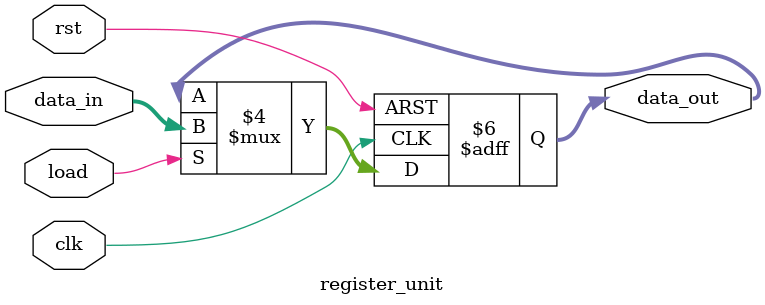
<source format=v>
module register_unit(data_out, data_in, rst, clk, load);
parameter word_size=8;
input [word_size-1: 0] data_in;
output [word_size-1: 0] data_out;
reg [word_size-1: 0] data_out;
input rst;
input clk;
input load;
always@(posedge clk or negedge rst)
begin
if(rst==0)
data_out<=8'b0000_0000;
else if (load==1)
data_out<=data_in;
end
endmodule

</source>
